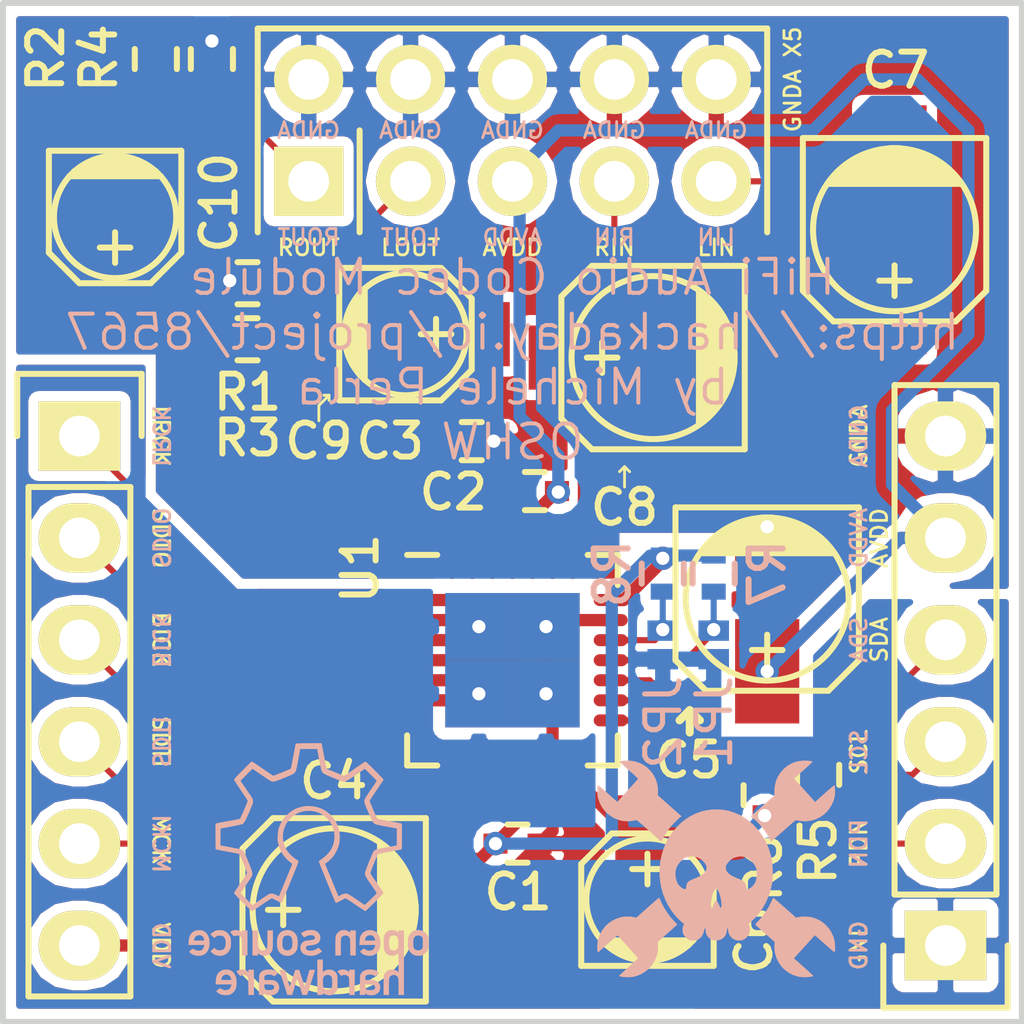
<source format=kicad_pcb>
(kicad_pcb (version 4) (host pcbnew "(2015-08-16 BZR 6097, Git b384c94)-product")
  (layers (0 F.Cu signal) (31 B.Cu signal) (34 B.Paste user hide) (35 F.Paste user hide) (36 B.SilkS user) (37 F.SilkS user) (38 B.Mask user) (39 F.Mask user) (44 Edge.Cuts user))
  (net 0 "")
  (net 1 VDD)
  (net 2 GND)
  (net 3 AVDD)
  (net 4 GNDA)
  (net 5 VCOM)
  (net 6 VDD18)
  (net 7 LIN)
  (net 8 LIN-CON)
  (net 9 RIN)
  (net 10 RIN-CON)
  (net 11 LOUT)
  (net 12 "Net-(C9-Pad2)")
  (net 13 ROUT)
  (net 14 "Net-(C10-Pad2)")
  (net 15 CAD0)
  (net 16 CAD1)
  (net 17 LRCK)
  (net 18 SDTO)
  (net 19 BICK)
  (net 20 SDTI)
  (net 21 MCKI)
  (net 22 PDN)
  (net 23 SCL)
  (net 24 SDA)
  (net 25 ROUT-CON)
  (net 26 LOUT-CON)
  (module Capacitors_SMD:c_elec_4x5.3 (layer F.Cu) (at 86.995 86.106 180)
    (fp_text reference C4 (at 0.0127 3.2131 180) (layer F.SilkS) (effects (font (size 0.85 0.85))))
    (fp_text value 10u hide)
    (pad 1 smd rect (at 1.80086 0 180) (size 2.60096 1.6002) (layers F.Cu F.Paste F.Mask) (net 1 VDD))
    (pad 2 smd rect (at -1.80086 0 180) (size 2.60096 1.6002) (layers F.Cu F.Paste F.Mask) (net 2 GND))
  )
  (module Capacitors_SMD:c_elec_4x5.3 (layer F.Cu) (at 97.79 78.359 270)
    (fp_text reference C5 (at 4.0132 1.9558 360) (layer F.SilkS) (effects (font (size 0.85 0.85))))
    (fp_text value 10u hide)
    (pad 1 smd rect (at 1.80086 0 270) (size 2.60096 1.6002) (layers F.Cu F.Paste F.Mask) (net 3 AVDD))
    (pad 2 smd rect (at -1.80086 0 270) (size 2.60096 1.6002) (layers F.Cu F.Paste F.Mask) (net 4 GNDA))
  )
  (module Capacitors_SMD:c_elec_3x5.3 (layer F.Cu) (at 94.8055 85.852 90)
    (fp_text reference C6 (at -1.016 2.6543 90) (layer F.SilkS) (effects (font (size 0.85 0.85))))
    (fp_text value 1u hide)
    (pad 1 smd rect (at 1.50114 0 90) (size 2.19964 1.6002) (layers F.Cu F.Paste F.Mask) (net 6 VDD18))
    (pad 2 smd rect (at -1.50114 0 90) (size 2.19964 1.6002) (layers F.Cu F.Paste F.Mask) (net 2 GND))
  )
  (module Capacitors_SMD:c_elec_4x5.3 (layer F.Cu) (at 100.965 69.1515 270)
    (fp_text reference C7 (at -3.9751 -0.0254 360) (layer F.SilkS) (effects (font (size 0.85 0.85))))
    (fp_text value 10u hide)
    (pad 1 smd rect (at 1.80086 0 270) (size 2.60096 1.6002) (layers F.Cu F.Paste F.Mask) (net 7 LIN))
    (pad 2 smd rect (at -1.80086 0 270) (size 2.60096 1.6002) (layers F.Cu F.Paste F.Mask) (net 8 LIN-CON))
  )
  (module Capacitors_SMD:c_elec_4x5.3 (layer F.Cu) (at 94.9452 72.3392 180)
    (fp_text reference C8 (at 0.7112 -3.7338 180) (layer F.SilkS) (effects (font (size 0.85 0.85))))
    (fp_text value 10u hide)
    (pad 1 smd rect (at 1.80086 0 180) (size 2.60096 1.6002) (layers F.Cu F.Paste F.Mask) (net 9 RIN))
    (pad 2 smd rect (at -1.80086 0 180) (size 2.60096 1.6002) (layers F.Cu F.Paste F.Mask) (net 10 RIN-CON))
  )
  (module Capacitors_SMD:c_elec_3x5.3 (layer F.Cu) (at 88.773 71.755)
    (fp_text reference C9 (at -2.159 2.667) (layer F.SilkS) (effects (font (size 0.85 0.85))))
    (fp_text value 1u hide)
    (pad 1 smd rect (at 1.50114 0) (size 2.19964 1.6002) (layers F.Cu F.Paste F.Mask) (net 11 LOUT))
    (pad 2 smd rect (at -1.50114 0) (size 2.19964 1.6002) (layers F.Cu F.Paste F.Mask) (net 12 "Net-(C9-Pad2)"))
  )
  (module Capacitors_SMD:c_elec_3x5.3 (layer F.Cu) (at 81.534 68.834 270)
    (fp_text reference C10 (at -0.3556 -2.5908 270) (layer F.SilkS) (effects (font (size 0.85 0.85))))
    (fp_text value 1u hide)
    (pad 1 smd rect (at 1.50114 0 270) (size 2.19964 1.6002) (layers F.Cu F.Paste F.Mask) (net 13 ROUT))
    (pad 2 smd rect (at -1.50114 0 270) (size 2.19964 1.6002) (layers F.Cu F.Paste F.Mask) (net 14 "Net-(C10-Pad2)"))
  )
  (module open-project:S_JUMPER_2 (layer B.Cu) (at 96.4565 79.502 270)
    (fp_text reference JP1 (at 1.9304 -0.0127 270) (layer B.SilkS) (effects (font (size 0.85 0.85) (thickness 0.127)) (justify mirror)))
    (fp_text value Jumper_NO_Small hide)
    (pad 1 smd rect (at -0.3556 0 270) (size 0.508 0.762) (layers B.Cu B.Paste B.Mask) (net 15 CAD0) (clearance 0.2032))
    (pad 2 smd rect (at 0.3556 0 270) (size 0.508 0.762) (layers B.Cu B.Paste B.Mask) (net 2 GND) (clearance 0.2032))
  )
  (module open-project:S_JUMPER_2 (layer B.Cu) (at 95.1865 79.502 270)
    (fp_text reference JP2 (at 1.9304 -0.0127 270) (layer B.SilkS) (effects (font (size 0.85 0.85) (thickness 0.127)) (justify mirror)))
    (fp_text value Jumper_NO_Small hide)
    (pad 1 smd rect (at -0.3556 0 270) (size 0.508 0.762) (layers B.Cu B.Paste B.Mask) (net 16 CAD1) (clearance 0.2032))
    (pad 2 smd rect (at 0.3556 0 270) (size 0.508 0.762) (layers B.Cu B.Paste B.Mask) (net 2 GND) (clearance 0.2032))
  )
  (module Pin_Headers:Pin_Header_Straight_1x06 (layer F.Cu) (at 80.645 74.295)
    (fp_text reference P1 hide)
    (fp_text value CONN_01X06 hide)
    (pad 1 thru_hole rect (at 0 0) (size 2.032 1.7272) (drill 1.016) (layers *.Cu *.Mask F.SilkS) (net 17 LRCK))
    (pad 2 thru_hole oval (at 0 2.54) (size 2.032 1.7272) (drill 1.016) (layers *.Cu *.Mask F.SilkS) (net 18 SDTO))
    (pad 3 thru_hole oval (at 0 5.08) (size 2.032 1.7272) (drill 1.016) (layers *.Cu *.Mask F.SilkS) (net 19 BICK))
    (pad 4 thru_hole oval (at 0 7.62) (size 2.032 1.7272) (drill 1.016) (layers *.Cu *.Mask F.SilkS) (net 20 SDTI))
    (pad 5 thru_hole oval (at 0 10.16) (size 2.032 1.7272) (drill 1.016) (layers *.Cu *.Mask F.SilkS) (net 21 MCKI))
    (pad 6 thru_hole oval (at 0 12.7) (size 2.032 1.7272) (drill 1.016) (layers *.Cu *.Mask F.SilkS) (net 1 VDD))
  )
  (module Pin_Headers:Pin_Header_Straight_1x06 (layer F.Cu) (at 102.235 86.995 180)
    (fp_text reference P2 hide)
    (fp_text value CONN_01X06 hide)
    (pad 1 thru_hole rect (at 0 0 180) (size 2.032 1.7272) (drill 1.016) (layers *.Cu *.Mask F.SilkS) (net 2 GND))
    (pad 2 thru_hole oval (at 0 2.54 180) (size 2.032 1.7272) (drill 1.016) (layers *.Cu *.Mask F.SilkS) (net 22 PDN))
    (pad 3 thru_hole oval (at 0 5.08 180) (size 2.032 1.7272) (drill 1.016) (layers *.Cu *.Mask F.SilkS) (net 23 SCL))
    (pad 4 thru_hole oval (at 0 7.62 180) (size 2.032 1.7272) (drill 1.016) (layers *.Cu *.Mask F.SilkS) (net 24 SDA))
    (pad 5 thru_hole oval (at 0 10.16 180) (size 2.032 1.7272) (drill 1.016) (layers *.Cu *.Mask F.SilkS) (net 3 AVDD))
    (pad 6 thru_hole oval (at 0 12.7 180) (size 2.032 1.7272) (drill 1.016) (layers *.Cu *.Mask F.SilkS) (net 4 GNDA))
  )
  (module Capacitors_SMD:C_0402 (layer F.Cu) (at 90.424 74.422)
    (fp_text reference C3 (at -2.032 0) (layer F.SilkS) (effects (font (size 0.85 0.85))))
    (fp_text value 1u hide)
    (pad 1 smd rect (at -0.55 0) (size 0.6 0.5) (layers F.Cu F.Paste F.Mask) (net 5 VCOM))
    (pad 2 smd rect (at 0.55 0) (size 0.6 0.5) (layers F.Cu F.Paste F.Mask) (net 4 GNDA))
  )
  (module Capacitors_SMD:C_0402 (layer F.Cu) (at 91.9988 75.6666 180)
    (fp_text reference C2 (at 2.032 -0.0254 180) (layer F.SilkS) (effects (font (size 0.85 0.85))))
    (fp_text value 0.1u hide)
    (pad 1 smd rect (at -0.55 0 180) (size 0.6 0.5) (layers F.Cu F.Paste F.Mask) (net 3 AVDD))
    (pad 2 smd rect (at 0.55 0 180) (size 0.6 0.5) (layers F.Cu F.Paste F.Mask) (net 4 GNDA))
  )
  (module Capacitors_SMD:C_0402 (layer F.Cu) (at 91.567 84.455)
    (fp_text reference C1 (at 0.0127 1.2065) (layer F.SilkS) (effects (font (size 0.85 0.85))))
    (fp_text value 0.1u hide)
    (pad 1 smd rect (at -0.55 0) (size 0.6 0.5) (layers F.Cu F.Paste F.Mask) (net 1 VDD))
    (pad 2 smd rect (at 0.55 0) (size 0.6 0.5) (layers F.Cu F.Paste F.Mask) (net 2 GND))
  )
  (module Resistors_SMD:R_0402 (layer B.Cu) (at 95.1865 77.724 270)
    (fp_text reference R8 (at 0 1.2573 270) (layer B.SilkS) (effects (font (size 0.85 0.85)) (justify mirror)))
    (fp_text value 1K hide)
    (pad 1 smd rect (at -0.45 0 270) (size 0.4 0.6) (layers B.Cu B.Paste B.Mask) (net 1 VDD))
    (pad 2 smd rect (at 0.45 0 270) (size 0.4 0.6) (layers B.Cu B.Paste B.Mask) (net 16 CAD1))
  )
  (module Resistors_SMD:R_0402 (layer B.Cu) (at 96.4565 77.724 270)
    (fp_text reference R7 (at 0 -1.3335 270) (layer B.SilkS) (effects (font (size 0.85 0.85)) (justify mirror)))
    (fp_text value 1K hide)
    (pad 1 smd rect (at -0.45 0 270) (size 0.4 0.6) (layers B.Cu B.Paste B.Mask) (net 1 VDD))
    (pad 2 smd rect (at 0.45 0 270) (size 0.4 0.6) (layers B.Cu B.Paste B.Mask) (net 15 CAD0))
  )
  (module Resistors_SMD:R_0402 (layer F.Cu) (at 97.7265 83.2485 90)
    (fp_text reference R6 (at -1.8161 -0.0254 270) (layer F.SilkS) (effects (font (size 0.85 0.85))))
    (fp_text value 1K hide)
    (pad 1 smd rect (at -0.45 0 90) (size 0.4 0.6) (layers F.Cu F.Paste F.Mask) (net 1 VDD))
    (pad 2 smd rect (at 0.45 0 90) (size 0.4 0.6) (layers F.Cu F.Paste F.Mask) (net 23 SCL))
  )
  (module Resistors_SMD:R_0402 (layer F.Cu) (at 99.06 82.7405 90)
    (fp_text reference R5 (at -1.8923 0 270) (layer F.SilkS) (effects (font (size 0.85 0.85))))
    (fp_text value 1K hide)
    (pad 1 smd rect (at -0.45 0 90) (size 0.4 0.6) (layers F.Cu F.Paste F.Mask) (net 1 VDD))
    (pad 2 smd rect (at 0.45 0 90) (size 0.4 0.6) (layers F.Cu F.Paste F.Mask) (net 24 SDA))
  )
  (module Resistors_SMD:R_0402 (layer F.Cu) (at 83.947 64.897 90)
    (fp_text reference R4 (at 0.0254 -2.8194 90) (layer F.SilkS) (effects (font (size 0.85 0.85))))
    (fp_text value 20K hide)
    (pad 1 smd rect (at -0.45 0 90) (size 0.4 0.6) (layers F.Cu F.Paste F.Mask) (net 25 ROUT-CON))
    (pad 2 smd rect (at 0.45 0 90) (size 0.4 0.6) (layers F.Cu F.Paste F.Mask) (net 4 GNDA))
  )
  (module Resistors_SMD:R_0402 (layer F.Cu) (at 84.836 70.485 180)
    (fp_text reference R3 (at 0 -3.8608 180) (layer F.SilkS) (effects (font (size 0.85 0.85))))
    (fp_text value 20K hide)
    (pad 1 smd rect (at -0.45 0 180) (size 0.4 0.6) (layers F.Cu F.Paste F.Mask) (net 26 LOUT-CON))
    (pad 2 smd rect (at 0.45 0 180) (size 0.4 0.6) (layers F.Cu F.Paste F.Mask) (net 4 GNDA))
  )
  (module Resistors_SMD:R_0402 (layer F.Cu) (at 82.55 64.897 90)
    (fp_text reference R2 (at 0.0254 -2.7432 90) (layer F.SilkS) (effects (font (size 0.85 0.85))))
    (fp_text value 220 hide)
    (pad 1 smd rect (at -0.45 0 90) (size 0.4 0.6) (layers F.Cu F.Paste F.Mask) (net 25 ROUT-CON))
    (pad 2 smd rect (at 0.45 0 90) (size 0.4 0.6) (layers F.Cu F.Paste F.Mask) (net 14 "Net-(C10-Pad2)"))
  )
  (module Resistors_SMD:R_0402 (layer F.Cu) (at 84.836 71.882)
    (fp_text reference R1 (at 0 1.3208) (layer F.SilkS) (effects (font (size 0.85 0.85))))
    (fp_text value 220 hide)
    (pad 1 smd rect (at -0.45 0) (size 0.4 0.6) (layers F.Cu F.Paste F.Mask) (net 26 LOUT-CON))
    (pad 2 smd rect (at 0.45 0) (size 0.4 0.6) (layers F.Cu F.Paste F.Mask) (net 12 "Net-(C9-Pad2)"))
  )
  (module Housings_DFN_QFN:QFN-28-2xEP_5x5mm_Pitch0.5mm (layer F.Cu) (at 91.44 79.883)
    (fp_text reference U1 (at -3.7973 -2.286 90) (layer F.SilkS) (effects (font (size 0.85 0.85))))
    (fp_text value AK4558EN hide)
    (pad 1 smd oval (at -2.45 -1.5) (size 0.85 0.3) (layers F.Cu F.Paste F.Mask) (net 2 GND))
    (pad 2 smd oval (at -2.45 -1) (size 0.85 0.3) (layers F.Cu F.Paste F.Mask) (net 2 GND))
    (pad 3 smd oval (at -2.45 -0.5) (size 0.85 0.3) (layers F.Cu F.Paste F.Mask) (net 2 GND))
    (pad 4 smd oval (at -2.45 0) (size 0.85 0.3) (layers F.Cu F.Paste F.Mask) (net 2 GND))
    (pad 5 smd oval (at -2.45 0.5) (size 0.85 0.3) (layers F.Cu F.Paste F.Mask) (net 2 GND))
    (pad 6 smd oval (at -2.45 1) (size 0.85 0.3) (layers F.Cu F.Paste F.Mask) (net 2 GND))
    (pad 7 smd oval (at -2.45 1.5) (size 0.85 0.3) (layers F.Cu F.Paste F.Mask) (net 17 LRCK))
    (pad 8 smd oval (at -1.5 2.45 90) (size 0.85 0.3) (layers F.Cu F.Paste F.Mask) (net 18 SDTO))
    (pad 9 smd oval (at -1 2.45 90) (size 0.85 0.3) (layers F.Cu F.Paste F.Mask) (net 19 BICK))
    (pad 10 smd oval (at -0.5 2.45 90) (size 0.85 0.3) (layers F.Cu F.Paste F.Mask) (net 20 SDTI))
    (pad 11 smd oval (at 0 2.45 90) (size 0.85 0.3) (layers F.Cu F.Paste F.Mask) (net 21 MCKI))
    (pad 12 smd oval (at 0.5 2.45 90) (size 0.85 0.3) (layers F.Cu F.Paste F.Mask) (net 1 VDD))
    (pad 13 smd oval (at 1 2.45 90) (size 0.85 0.3) (layers F.Cu F.Paste F.Mask) (net 2 GND))
    (pad 14 smd oval (at 1.5 2.45 90) (size 0.85 0.3) (layers F.Cu F.Paste F.Mask) (net 6 VDD18))
    (pad 15 smd oval (at 2.45 1.5) (size 0.85 0.3) (layers F.Cu F.Paste F.Mask) (net 22 PDN))
    (pad 16 smd oval (at 2.45 1) (size 0.85 0.3) (layers F.Cu F.Paste F.Mask) (net 23 SCL))
    (pad 17 smd oval (at 2.45 0.5) (size 0.85 0.3) (layers F.Cu F.Paste F.Mask) (net 24 SDA))
    (pad 18 smd oval (at 2.45 0) (size 0.85 0.3) (layers F.Cu F.Paste F.Mask) (net 15 CAD0))
    (pad 19 smd oval (at 2.45 -0.5) (size 0.85 0.3) (layers F.Cu F.Paste F.Mask) (net 16 CAD1))
    (pad 20 smd oval (at 2.45 -1) (size 0.85 0.3) (layers F.Cu F.Paste F.Mask) (net 2 GND))
    (pad 21 smd oval (at 2.45 -1.5) (size 0.85 0.3) (layers F.Cu F.Paste F.Mask) (net 1 VDD))
    (pad 22 smd oval (at 1.5 -2.45 90) (size 0.85 0.3) (layers F.Cu F.Paste F.Mask) (net 7 LIN))
    (pad 23 smd oval (at 1 -2.45 90) (size 0.85 0.3) (layers F.Cu F.Paste F.Mask) (net 9 RIN))
    (pad 24 smd oval (at 0.5 -2.45 90) (size 0.85 0.3) (layers F.Cu F.Paste F.Mask) (net 3 AVDD))
    (pad 25 smd oval (at 0 -2.45 90) (size 0.85 0.3) (layers F.Cu F.Paste F.Mask) (net 4 GNDA))
    (pad 26 smd oval (at -0.5 -2.45 90) (size 0.85 0.3) (layers F.Cu F.Paste F.Mask) (net 5 VCOM))
    (pad 27 smd oval (at -1 -2.45 90) (size 0.85 0.3) (layers F.Cu F.Paste F.Mask) (net 11 LOUT))
    (pad 28 smd oval (at -1.5 -2.45 90) (size 0.85 0.3) (layers F.Cu F.Paste F.Mask) (net 13 ROUT))
    (pad 29 smd rect (at 0.8375 0.8375) (size 1.675 1.675) (layers *.Cu *.Mask F.Paste) (net 2 GND))
    (pad 29 smd rect (at 0.8375 -0.8375) (size 1.675 1.675) (layers *.Cu *.Mask F.Paste) (net 2 GND))
    (pad 29 smd rect (at -0.8375 0.8375) (size 1.675 1.675) (layers *.Cu *.Mask F.Paste) (net 2 GND))
    (pad 29 smd rect (at -0.8375 -0.8375) (size 1.675 1.675) (layers *.Cu *.Mask F.Paste) (net 2 GND))
  )
  (module Housings_DFN_QFN:Pin_Header_Straight_2x05_mod (layer F.Cu) (at 86.36 67.945 90)
    (fp_text reference P3 hide)
    (fp_text value CONN_02X05 hide)
    (pad 1 thru_hole rect (at 0 0 90) (size 1.7272 1.7272) (drill 1.016) (layers *.Cu *.Mask F.SilkS) (net 25 ROUT-CON))
    (pad 2 thru_hole oval (at 2.54 0 90) (size 1.7272 1.7272) (drill 1.016) (layers *.Cu *.Mask F.SilkS) (net 4 GNDA))
    (pad 3 thru_hole oval (at 0 2.54 90) (size 1.7272 1.7272) (drill 1.016) (layers *.Cu *.Mask F.SilkS) (net 26 LOUT-CON))
    (pad 4 thru_hole oval (at 2.54 2.54 90) (size 1.7272 1.7272) (drill 1.016) (layers *.Cu *.Mask F.SilkS) (net 4 GNDA))
    (pad 5 thru_hole oval (at 0 5.08 90) (size 1.7272 1.7272) (drill 1.016) (layers *.Cu *.Mask F.SilkS) (net 3 AVDD))
    (pad 6 thru_hole oval (at 2.54 5.08 90) (size 1.7272 1.7272) (drill 1.016) (layers *.Cu *.Mask F.SilkS) (net 4 GNDA))
    (pad 7 thru_hole oval (at 0 7.62 90) (size 1.7272 1.7272) (drill 1.016) (layers *.Cu *.Mask F.SilkS) (net 10 RIN-CON))
    (pad 8 thru_hole oval (at 2.54 7.62 90) (size 1.7272 1.7272) (drill 1.016) (layers *.Cu *.Mask F.SilkS) (net 4 GNDA))
    (pad 9 thru_hole oval (at 0 10.16 90) (size 1.7272 1.7272) (drill 1.016) (layers *.Cu *.Mask F.SilkS) (net 8 LIN-CON))
    (pad 10 thru_hole oval (at 2.54 10.16 90) (size 1.7272 1.7272) (drill 1.016) (layers *.Cu *.Mask F.SilkS) (net 4 GNDA))
  )
  (module oshw_logo:LOGO (layer B.Cu) (at 86.36 85.09 180)
    (fp_text reference LOGO1 hide)
    (fp_text value OSHW hide)
  )
  (module hackaday_logo:LOGO (layer B.Cu) (at 96.52 85.09 180)
    (fp_text reference LOGO2 hide)
    (fp_text value HACKADAY hide)
  )
  (gr_text GNDA (at 100.076 74.295 90) (layer B.SilkS) (effects (font (size 0.4 0.4) (thickness 0.07)) (justify mirror)))
  (gr_text AVDD (at 100.076 76.835 90) (layer B.SilkS) (effects (font (size 0.4 0.4) (thickness 0.07)) (justify mirror)))
  (gr_text SDA (at 100.076 79.375 90) (layer B.SilkS) (effects (font (size 0.4 0.4) (thickness 0.07)) (justify mirror)))
  (gr_text SCL (at 100.076 82.169 90) (layer B.SilkS) (effects (font (size 0.4 0.4) (thickness 0.07)) (justify mirror)))
  (gr_text PDN (at 100.076 84.455 90) (layer B.SilkS) (effects (font (size 0.4 0.4) (thickness 0.07)) (justify mirror)))
  (gr_text GND (at 100.076 86.995 90) (layer B.SilkS) (effects (font (size 0.4 0.4) (thickness 0.07)) (justify mirror)))
  (gr_text VDD (at 82.677 86.995 270) (layer B.SilkS) (effects (font (size 0.4 0.4) (thickness 0.07)) (justify mirror)))
  (gr_text MCKI (at 82.677 84.455 270) (layer B.SilkS) (effects (font (size 0.4 0.4) (thickness 0.07)) (justify mirror)))
  (gr_text SDTI (at 82.677 81.915 270) (layer B.SilkS) (effects (font (size 0.4 0.4) (thickness 0.07)) (justify mirror)))
  (gr_text "BICK\n" (at 82.677 79.375 270) (layer B.SilkS) (effects (font (size 0.4 0.4) (thickness 0.07)) (justify mirror)))
  (gr_text SDTO (at 82.677 76.835 270) (layer B.SilkS) (effects (font (size 0.4 0.4) (thickness 0.07)) (justify mirror)))
  (gr_text LRCK (at 82.677 74.295 270) (layer B.SilkS) (effects (font (size 0.4 0.4) (thickness 0.07)) (justify mirror)))
  (gr_text "GNDA X5\n" (at 98.425 65.405 90) (layer F.SilkS) (effects (font (size 0.4 0.4) (thickness 0.07))))
  (gr_text LIN (at 96.52 69.596) (layer F.SilkS) (effects (font (size 0.4 0.4) (thickness 0.07))))
  (gr_text RIN (at 93.98 69.596) (layer F.SilkS) (effects (font (size 0.4 0.4) (thickness 0.07))))
  (gr_text AVDD (at 91.44 69.596) (layer F.SilkS) (effects (font (size 0.4 0.4) (thickness 0.07))))
  (gr_text LOUT (at 88.9 69.596) (layer F.SilkS) (effects (font (size 0.4 0.4) (thickness 0.07))))
  (gr_text ROUT (at 86.36 69.596) (layer F.SilkS) (effects (font (size 0.4 0.4) (thickness 0.07))))
  (gr_text GNDA (at 96.52 66.675) (layer B.SilkS) (effects (font (size 0.4 0.4) (thickness 0.07)) (justify mirror)))
  (gr_text GNDA (at 93.98 66.675) (layer B.SilkS) (effects (font (size 0.4 0.4) (thickness 0.07)) (justify mirror)))
  (gr_text GNDA (at 91.44 66.675) (layer B.SilkS) (effects (font (size 0.4 0.4) (thickness 0.07)) (justify mirror)))
  (gr_text GNDA (at 88.9 66.675) (layer B.SilkS) (effects (font (size 0.4 0.4) (thickness 0.07)) (justify mirror)))
  (gr_text GNDA (at 86.36 66.675) (layer B.SilkS) (effects (font (size 0.4 0.4) (thickness 0.07)) (justify mirror)))
  (gr_text LIN (at 96.52 69.342) (layer B.SilkS) (effects (font (size 0.4 0.4) (thickness 0.07)) (justify mirror)))
  (gr_text RIN (at 93.98 69.342) (layer B.SilkS) (effects (font (size 0.4 0.4) (thickness 0.07)) (justify mirror)))
  (gr_text AVDD (at 91.44 69.342) (layer B.SilkS) (effects (font (size 0.4 0.4) (thickness 0.07)) (justify mirror)))
  (gr_text LOUT (at 88.9 69.342) (layer B.SilkS) (effects (font (size 0.4 0.4) (thickness 0.07)) (justify mirror)))
  (gr_text ROUT (at 86.36 69.342) (layer B.SilkS) (effects (font (size 0.4 0.4) (thickness 0.07)) (justify mirror)))
  (gr_line (start 86.868 73.279) (end 86.868 73.406) (angle 90) (layer F.SilkS) (width 0.07))
  (gr_line (start 86.741 73.279) (end 86.868 73.279) (angle 90) (layer F.SilkS) (width 0.07))
  (gr_line (start 86.868 73.279) (end 86.741 73.279) (angle 90) (layer F.SilkS) (width 0.07))
  (gr_line (start 86.614 73.533) (end 86.868 73.279) (angle 90) (layer F.SilkS) (width 0.07))
  (gr_line (start 86.614 73.914) (end 86.614 73.533) (angle 90) (layer F.SilkS) (width 0.07))
  (gr_line (start 94.234 75.057) (end 94.361 75.184) (angle 90) (layer F.SilkS) (width 0.07))
  (gr_line (start 94.234 75.057) (end 94.107 75.184) (angle 90) (layer F.SilkS) (width 0.07))
  (gr_line (start 94.234 75.565) (end 94.234 75.057) (angle 90) (layer F.SilkS) (width 0.07))
  (gr_text GNDA (at 100.076 74.295 90) (layer F.SilkS) (effects (font (size 0.4 0.4) (thickness 0.07))))
  (gr_text AVDD (at 100.584 76.835 90) (layer F.SilkS) (effects (font (size 0.4 0.4) (thickness 0.07))))
  (gr_text SDA (at 100.584 79.375 90) (layer F.SilkS) (effects (font (size 0.4 0.4) (thickness 0.07))))
  (gr_text SCL (at 100.076 82.169 90) (layer F.SilkS) (effects (font (size 0.4 0.4) (thickness 0.07))))
  (gr_text PDN (at 100.076 84.455 90) (layer F.SilkS) (effects (font (size 0.4 0.4) (thickness 0.07))))
  (gr_text GND (at 100.076 86.995 90) (layer F.SilkS) (effects (font (size 0.4 0.4) (thickness 0.07))))
  (gr_text VDD (at 82.677 86.995 270) (layer F.SilkS) (effects (font (size 0.4 0.4) (thickness 0.07))))
  (gr_text MCKI (at 82.677 84.455 270) (layer F.SilkS) (effects (font (size 0.4 0.4) (thickness 0.07))))
  (gr_text SDTI (at 82.677 81.915 270) (layer F.SilkS) (effects (font (size 0.4 0.4) (thickness 0.07))))
  (gr_text "BICK\n" (at 82.677 79.375 270) (layer F.SilkS) (effects (font (size 0.4 0.4) (thickness 0.07))))
  (gr_text SDTO (at 82.677 76.835 270) (layer F.SilkS) (effects (font (size 0.4 0.4) (thickness 0.07))))
  (gr_text LRCK (at 82.677 74.295 270) (layer F.SilkS) (effects (font (size 0.4 0.4) (thickness 0.07))))
  (gr_text "HiFi Audio Codec Module\nhttps://hackaday.io/project/8567\nby Michele Perla\nOSHW" (at 91.44 72.39) (layer B.SilkS) (effects (font (size 0.85 0.85) (thickness 0.1)) (justify mirror)))
  (gr_line (start 95.8596 81.1276) (end 96.1136 81.3816) (angle 90) (layer F.SilkS) (width 0.2))
  (gr_line (start 95.8088 81.1784) (end 95.8596 81.1276) (angle 90) (layer F.SilkS) (width 0.2))
  (gr_line (start 95.6056 81.3816) (end 95.8088 81.1784) (angle 90) (layer F.SilkS) (width 0.2))
  (gr_line (start 95.8596 81.6864) (end 95.8596 81.3308) (angle 90) (layer F.SilkS) (width 0.2))
  (gr_line (start 78.74 88.9) (end 78.74 63.5) (angle 90) (layer Edge.Cuts) (width 0.15))
  (gr_line (start 104.14 88.9) (end 78.74 88.9) (angle 90) (layer Edge.Cuts) (width 0.15))
  (gr_line (start 104.14 63.5) (end 104.14 88.9) (angle 90) (layer Edge.Cuts) (width 0.15))
  (gr_line (start 78.74 63.5) (end 104.14 63.5) (angle 90) (layer Edge.Cuts) (width 0.15))
  (segment (start 80.645 86.995) (end 84.30514 86.995) (width 0.3048) (layer F.Cu) (net 1))
  (segment (start 84.30514 86.995) (end 85.19414 86.106) (width 0.3048) (layer F.Cu) (net 1))
  (segment (start 90.635998 84.836002) (end 91.017 84.455) (width 0.3048) (layer F.Cu) (net 1))
  (segment (start 84.30514 86.995) (end 86.464138 84.836002) (width 0.3048) (layer F.Cu) (net 1))
  (segment (start 86.464138 84.836002) (end 90.635998 84.836002) (width 0.3048) (layer F.Cu) (net 1))
  (segment (start 93.9165 78.232) (end 93.9165 84.455) (width 0.3048) (layer B.Cu) (net 1))
  (segment (start 94.869 77.2795) (end 93.9165 78.232) (width 0.3048) (layer B.Cu) (net 1))
  (segment (start 95.181 77.2795) (end 94.869 77.2795) (width 0.3048) (layer B.Cu) (net 1))
  (segment (start 93.853 84.3915) (end 93.7895 84.455) (width 0.3048) (layer B.Cu) (net 1))
  (segment (start 93.853 84.455) (end 93.853 84.3915) (width 0.3048) (layer B.Cu) (net 1))
  (segment (start 93.9165 84.455) (end 93.853 84.455) (width 0.3048) (layer B.Cu) (net 1))
  (segment (start 95.1865 77.274) (end 95.181 77.2795) (width 0.3048) (layer B.Cu) (net 1))
  (via (at 91.017 84.455) (size 0.5842) (drill 0.3302) (layers F.Cu B.Cu) (net 1))
  (segment (start 93.091 84.455) (end 91.017 84.455) (width 0.3048) (layer B.Cu) (net 1))
  (segment (start 93.091 84.455) (end 93.7895 84.455) (width 0.3048) (layer B.Cu) (net 1))
  (segment (start 97.7265 83.6985) (end 97.7265 83.7565) (width 0.3048) (layer F.Cu) (net 1))
  (segment (start 93.7895 84.455) (end 97.028 84.455) (width 0.3048) (layer B.Cu) (net 1))
  (segment (start 97.028 84.455) (end 97.7265 83.7565) (width 0.3048) (layer B.Cu) (net 1))
  (via (at 97.7265 83.7565) (size 0.5842) (drill 0.3302) (layers F.Cu B.Cu) (net 1))
  (segment (start 91.94 82.333) (end 91.94 83.532) (width 0.3048) (layer F.Cu) (net 1))
  (segment (start 91.94 83.532) (end 91.017 84.455) (width 0.3048) (layer F.Cu) (net 1))
  (segment (start 99.06 83.1905) (end 98.552 83.6985) (width 0.3048) (layer F.Cu) (net 1))
  (segment (start 98.552 83.6985) (end 97.7265 83.6985) (width 0.3048) (layer F.Cu) (net 1))
  (segment (start 85.19414 86.106) (end 85.725002 86.106) (width 0.3048) (layer F.Cu) (net 1))
  (segment (start 93.89 78.383) (end 94.21 78.383) (width 0.3048) (layer F.Cu) (net 1))
  (segment (start 94.21 78.383) (end 95.25 77.343) (width 0.3048) (layer F.Cu) (net 1))
  (via (at 95.1865 77.343) (size 0.5842) (drill 0.3302) (layers F.Cu B.Cu) (net 1))
  (segment (start 95.1865 77.343) (end 95.1865 77.274) (width 0.3048) (layer B.Cu) (net 1))
  (segment (start 95.1865 77.274) (end 96.4565 77.274) (width 0.3048) (layer B.Cu) (net 1))
  (segment (start 92.44 82.333) (end 92.44 84.132) (width 0.3048) (layer F.Cu) (net 2))
  (segment (start 92.44 84.132) (end 92.117 84.455) (width 0.3048) (layer F.Cu) (net 2))
  (segment (start 88.79586 86.106) (end 90.4787 86.0933) (width 0.3048) (layer F.Cu) (net 2))
  (segment (start 90.4787 86.0933) (end 92.117 84.455) (width 0.3048) (layer F.Cu) (net 2))
  (segment (start 92.117 84.455) (end 92.117 84.66464) (width 0.3048) (layer F.Cu) (net 2))
  (segment (start 92.117 84.66464) (end 94.8055 87.35314) (width 0.3048) (layer F.Cu) (net 2))
  (segment (start 88.99 79.883) (end 91.44 79.883) (width 0.3048) (layer F.Cu) (net 2))
  (segment (start 91.44 79.883) (end 92.2775 80.7205) (width 0.3048) (layer F.Cu) (net 2))
  (segment (start 88.99 78.383) (end 89.94 78.383) (width 0.3048) (layer F.Cu) (net 2))
  (segment (start 89.94 78.383) (end 90.6025 79.0455) (width 0.3048) (layer F.Cu) (net 2))
  (segment (start 88.99 78.883) (end 90.44 78.883) (width 0.3048) (layer F.Cu) (net 2))
  (segment (start 90.44 78.883) (end 90.6025 79.0455) (width 0.3048) (layer F.Cu) (net 2))
  (segment (start 88.99 79.383) (end 90.265 79.383) (width 0.3048) (layer F.Cu) (net 2))
  (segment (start 90.265 79.383) (end 90.6025 79.0455) (width 0.3048) (layer F.Cu) (net 2))
  (segment (start 88.99 80.383) (end 90.265 80.383) (width 0.3048) (layer F.Cu) (net 2))
  (segment (start 90.265 80.383) (end 90.6025 80.7205) (width 0.3048) (layer F.Cu) (net 2))
  (via (at 92.2775 79.0455) (size 0.5842) (drill 0.3302) (layers F.Cu B.Cu) (net 2))
  (segment (start 92.2775 79.0455) (end 92.2782 79.0448) (width 0.3048) (layer B.Cu) (net 2))
  (via (at 92.2775 80.7205) (size 0.5842) (drill 0.3302) (layers F.Cu B.Cu) (net 2))
  (segment (start 92.2775 80.7205) (end 92.2782 80.7212) (width 0.3048) (layer B.Cu) (net 2))
  (via (at 90.6025 80.7205) (size 0.5842) (drill 0.3302) (layers F.Cu B.Cu) (net 2))
  (segment (start 90.6025 80.7205) (end 90.6018 80.7212) (width 0.3048) (layer B.Cu) (net 2))
  (via (at 90.6025 79.0455) (size 0.5842) (drill 0.3302) (layers F.Cu B.Cu) (net 2))
  (segment (start 90.6025 80.7205) (end 90.6025 79.0455) (width 0.3048) (layer F.Cu) (net 2))
  (segment (start 90.6025 79.0455) (end 90.6018 79.0448) (width 0.3048) (layer B.Cu) (net 2))
  (segment (start 95.1865 79.8576) (end 96.4565 79.8576) (width 0.3048) (layer B.Cu) (net 2))
  (segment (start 101.981 86.741) (end 102.235 86.995) (width 0.3048) (layer F.Cu) (net 2))
  (segment (start 92.44 78.883) (end 92.2775 79.0455) (width 0.3048) (layer F.Cu) (net 2))
  (segment (start 93.89 78.883) (end 92.44 78.883) (width 0.3048) (layer F.Cu) (net 2))
  (segment (start 92.44 82.333) (end 92.44 80.883) (width 0.3048) (layer F.Cu) (net 2))
  (segment (start 92.44 80.883) (end 92.2775 80.7205) (width 0.3048) (layer F.Cu) (net 2))
  (segment (start 88.99 80.883) (end 90.44 80.883) (width 0.3048) (layer F.Cu) (net 2))
  (segment (start 90.44 80.883) (end 90.6025 80.7205) (width 0.3048) (layer F.Cu) (net 2))
  (segment (start 90.6025 80.7205) (end 92.2775 79.0455) (width 0.3048) (layer F.Cu) (net 2))
  (segment (start 92.2775 79.0455) (end 92.2775 80.7205) (width 0.3048) (layer F.Cu) (net 2))
  (segment (start 92.2775 80.7205) (end 90.6025 80.7205) (width 0.3048) (layer F.Cu) (net 2))
  (via (at 97.79 80.15986) (size 0.5842) (drill 0.3302) (layers F.Cu B.Cu) (net 3))
  (segment (start 101.11486 76.835) (end 97.79 80.15986) (width 0.3048) (layer F.Cu) (net 3))
  (segment (start 102.235 76.835) (end 101.11486 76.835) (width 0.3048) (layer F.Cu) (net 3))
  (segment (start 101.11486 76.835) (end 102.235 76.835) (width 0.3048) (layer B.Cu) (net 3))
  (segment (start 97.79 80.15986) (end 101.11486 76.835) (width 0.3048) (layer B.Cu) (net 3))
  (segment (start 91.44 67.945) (end 91.44 67.818) (width 0.3048) (layer B.Cu) (net 3))
  (segment (start 91.44 67.818) (end 92.583 66.675) (width 0.3048) (layer B.Cu) (net 3))
  (segment (start 100.9015 75.5015) (end 102.235 76.835) (width 0.3048) (layer B.Cu) (net 3))
  (segment (start 100.9015 73.66) (end 100.9015 75.5015) (width 0.3048) (layer B.Cu) (net 3))
  (segment (start 102.8065 71.755) (end 100.9015 73.66) (width 0.3048) (layer B.Cu) (net 3))
  (segment (start 102.8065 66.675) (end 102.8065 71.755) (width 0.3048) (layer B.Cu) (net 3))
  (segment (start 101.5365 65.405) (end 102.8065 66.675) (width 0.3048) (layer B.Cu) (net 3))
  (segment (start 100.203 65.405) (end 101.5365 65.405) (width 0.3048) (layer B.Cu) (net 3))
  (segment (start 98.933 66.675) (end 100.203 65.405) (width 0.3048) (layer B.Cu) (net 3))
  (segment (start 92.583 66.675) (end 98.933 66.675) (width 0.3048) (layer B.Cu) (net 3))
  (segment (start 92.583 75.692) (end 92.583 74.7776) (width 0.3048) (layer B.Cu) (net 3))
  (segment (start 91.6178 73.8124) (end 91.6178 68.1228) (width 0.3048) (layer B.Cu) (net 3))
  (segment (start 92.583 74.7776) (end 91.6178 73.8124) (width 0.3048) (layer B.Cu) (net 3))
  (segment (start 91.6178 68.1228) (end 91.44 67.945) (width 0.3048) (layer B.Cu) (net 3))
  (segment (start 92.5576 75.6666) (end 92.5488 75.6666) (width 0.3048) (layer F.Cu) (net 3))
  (segment (start 92.583 75.692) (end 92.5576 75.6666) (width 0.3048) (layer F.Cu) (net 3))
  (via (at 92.583 75.692) (size 0.5842) (drill 0.3302) (layers F.Cu B.Cu) (net 3))
  (segment (start 91.94 77.433) (end 91.94 76.2754) (width 0.3048) (layer F.Cu) (net 3))
  (segment (start 91.94 76.2754) (end 92.5488 75.6666) (width 0.3048) (layer F.Cu) (net 3))
  (via (at 83.947 64.447) (size 0.5842) (drill 0.3302) (layers F.Cu B.Cu) (net 4))
  (segment (start 83.947 64.447) (end 83.947 64.4525) (width 0.3048) (layer B.Cu) (net 4))
  (via (at 84.3915 70.4215) (size 0.5842) (drill 0.3302) (layers F.Cu B.Cu) (net 4))
  (segment (start 84.3915 70.4215) (end 84.386 70.427) (width 0.3048) (layer F.Cu) (net 4))
  (segment (start 84.386 70.427) (end 84.386 70.485) (width 0.3048) (layer F.Cu) (net 4))
  (via (at 90.974 74.422) (size 0.5842) (drill 0.3302) (layers F.Cu B.Cu) (net 4))
  (segment (start 91.4488 75.6666) (end 90.974 75.1918) (width 0.3048) (layer F.Cu) (net 4))
  (segment (start 90.974 74.422) (end 90.974 75.1918) (width 0.3048) (layer F.Cu) (net 4))
  (segment (start 90.974 74.422) (end 90.9955 74.422) (width 0.3048) (layer B.Cu) (net 4))
  (via (at 97.79 76.55814) (size 0.5842) (drill 0.3302) (layers F.Cu B.Cu) (net 4))
  (segment (start 100.05314 74.295) (end 97.79 76.55814) (width 0.3048) (layer F.Cu) (net 4))
  (segment (start 102.235 74.295) (end 100.05314 74.295) (width 0.3048) (layer F.Cu) (net 4))
  (segment (start 97.79 76.55814) (end 97.79 76.581) (width 0.3048) (layer B.Cu) (net 4))
  (segment (start 91.44 77.433) (end 91.44 75.6754) (width 0.3048) (layer F.Cu) (net 4))
  (segment (start 91.44 75.6754) (end 91.4488 75.6666) (width 0.3048) (layer F.Cu) (net 4))
  (segment (start 90.94 77.433) (end 90.94 76.685182) (width 0.3048) (layer F.Cu) (net 5))
  (segment (start 89.874 75.619182) (end 89.874 74.422) (width 0.3048) (layer F.Cu) (net 5))
  (segment (start 90.94 76.685182) (end 89.874 75.619182) (width 0.3048) (layer F.Cu) (net 5))
  (segment (start 92.94 82.333) (end 92.94 82.78) (width 0.3048) (layer F.Cu) (net 6))
  (segment (start 92.94 82.78) (end 94.51086 84.35086) (width 0.3048) (layer F.Cu) (net 6))
  (segment (start 94.51086 84.35086) (end 94.8055 84.35086) (width 0.3048) (layer F.Cu) (net 6))
  (segment (start 92.94 77.433) (end 92.94 76.986) (width 0.1524) (layer F.Cu) (net 7))
  (segment (start 92.94 76.986) (end 96.266 73.66) (width 0.1524) (layer F.Cu) (net 7))
  (segment (start 96.266 73.66) (end 98.933 73.66) (width 0.1524) (layer F.Cu) (net 7))
  (segment (start 98.933 73.66) (end 100.965 71.628) (width 0.1524) (layer F.Cu) (net 7))
  (segment (start 100.965 71.628) (end 100.965 70.95236) (width 0.1524) (layer F.Cu) (net 7))
  (segment (start 96.52 67.945) (end 100.37064 67.945) (width 0.1524) (layer F.Cu) (net 8))
  (segment (start 100.37064 67.945) (end 100.965 67.35064) (width 0.1524) (layer F.Cu) (net 8))
  (segment (start 92.44 77.433) (end 92.44 76.978) (width 0.1524) (layer F.Cu) (net 9))
  (segment (start 93.14434 76.27366) (end 93.14434 72.3392) (width 0.1524) (layer F.Cu) (net 9))
  (segment (start 92.44 76.978) (end 93.14434 76.27366) (width 0.1524) (layer F.Cu) (net 9))
  (segment (start 93.98 67.945) (end 93.98 69.57314) (width 0.1524) (layer F.Cu) (net 10))
  (segment (start 93.98 69.57314) (end 96.74606 72.3392) (width 0.1524) (layer F.Cu) (net 10))
  (segment (start 90.44 77.433) (end 90.44 76.724) (width 0.1524) (layer F.Cu) (net 11))
  (segment (start 89.281 75.565) (end 89.281 72.517) (width 0.1524) (layer F.Cu) (net 11))
  (segment (start 90.44 76.724) (end 89.281 75.565) (width 0.1524) (layer F.Cu) (net 11))
  (segment (start 89.281 72.517) (end 90.043 71.755) (width 0.1524) (layer F.Cu) (net 11))
  (segment (start 90.043 71.755) (end 90.27414 71.755) (width 0.1524) (layer F.Cu) (net 11))
  (segment (start 87.27186 71.755) (end 85.413 71.755) (width 0.1524) (layer F.Cu) (net 12))
  (segment (start 85.413 71.755) (end 85.286 71.882) (width 0.1524) (layer F.Cu) (net 12))
  (segment (start 89.94 77.433) (end 89.94 76.732) (width 0.1524) (layer F.Cu) (net 13))
  (segment (start 84.22386 73.025) (end 81.534 70.33514) (width 0.1524) (layer F.Cu) (net 13))
  (segment (start 86.233 73.025) (end 84.22386 73.025) (width 0.1524) (layer F.Cu) (net 13))
  (segment (start 89.94 76.732) (end 86.233 73.025) (width 0.1524) (layer F.Cu) (net 13))
  (segment (start 81.534 67.33286) (end 81.534 64.77) (width 0.1524) (layer F.Cu) (net 14))
  (segment (start 81.857 64.447) (end 82.55 64.447) (width 0.1524) (layer F.Cu) (net 14))
  (segment (start 81.534 64.77) (end 81.857 64.447) (width 0.1524) (layer F.Cu) (net 14))
  (segment (start 96.4565 79.1464) (end 96.4565 78.174) (width 0.1524) (layer B.Cu) (net 15))
  (segment (start 93.89 79.883) (end 95.758 79.883) (width 0.1524) (layer F.Cu) (net 15))
  (segment (start 96.4565 79.121) (end 96.4565 79.1464) (width 0.1524) (layer B.Cu) (net 15))
  (via (at 96.4565 79.121) (size 0.508) (drill 0.3302) (layers F.Cu B.Cu) (net 15))
  (segment (start 95.758 79.883) (end 96.52 79.121) (width 0.1524) (layer F.Cu) (net 15))
  (segment (start 95.1865 79.1464) (end 95.1865 78.174) (width 0.1524) (layer B.Cu) (net 16))
  (segment (start 93.89 79.383) (end 94.988 79.383) (width 0.1524) (layer F.Cu) (net 16))
  (segment (start 95.1865 79.121) (end 95.1865 79.1464) (width 0.1524) (layer B.Cu) (net 16))
  (via (at 95.1865 79.121) (size 0.508) (drill 0.3302) (layers F.Cu B.Cu) (net 16))
  (segment (start 94.988 79.383) (end 95.25 79.121) (width 0.1524) (layer F.Cu) (net 16))
  (segment (start 88.99 81.383) (end 87.733 81.383) (width 0.1524) (layer F.Cu) (net 17))
  (segment (start 87.733 81.383) (end 80.645 74.295) (width 0.1524) (layer F.Cu) (net 17))
  (segment (start 89.94 82.333) (end 89.94 83.262594) (width 0.1524) (layer F.Cu) (net 18))
  (segment (start 87.350594 83.540594) (end 80.645 76.835) (width 0.1524) (layer F.Cu) (net 18))
  (segment (start 89.662 83.540594) (end 87.350594 83.540594) (width 0.1524) (layer F.Cu) (net 18))
  (segment (start 89.94 83.262594) (end 89.662 83.540594) (width 0.1524) (layer F.Cu) (net 18))
  (segment (start 90.44 82.333) (end 90.44 83.194396) (width 0.1524) (layer F.Cu) (net 19))
  (segment (start 85.115396 83.845396) (end 80.645 79.375) (width 0.1524) (layer F.Cu) (net 19))
  (segment (start 89.789 83.845396) (end 85.115396 83.845396) (width 0.1524) (layer F.Cu) (net 19))
  (segment (start 90.44 83.194396) (end 89.789 83.845396) (width 0.1524) (layer F.Cu) (net 19))
  (segment (start 90.94 82.333) (end 90.94 83.126198) (width 0.1524) (layer F.Cu) (net 20))
  (segment (start 82.880198 84.150198) (end 80.645 81.915) (width 0.1524) (layer F.Cu) (net 20))
  (segment (start 89.916 84.150198) (end 82.880198 84.150198) (width 0.1524) (layer F.Cu) (net 20))
  (segment (start 90.94 83.126198) (end 89.916 84.150198) (width 0.1524) (layer F.Cu) (net 20))
  (segment (start 91.44 82.333) (end 91.44 83.058) (width 0.1524) (layer F.Cu) (net 21))
  (segment (start 90.043 84.455) (end 80.645 84.455) (width 0.1524) (layer F.Cu) (net 21))
  (segment (start 91.44 83.058) (end 90.043 84.455) (width 0.1524) (layer F.Cu) (net 21))
  (segment (start 96.2025 83.2485) (end 97.409 84.455) (width 0.1524) (layer F.Cu) (net 22))
  (segment (start 94.337 81.383) (end 96.2025 83.2485) (width 0.1524) (layer F.Cu) (net 22))
  (segment (start 96.2025 83.2485) (end 96.2025 83.2485) (width 0.1524) (layer F.Cu) (net 22))
  (segment (start 93.89 81.383) (end 94.337 81.383) (width 0.1524) (layer F.Cu) (net 22))
  (segment (start 97.409 84.455) (end 102.235 84.455) (width 0.1524) (layer F.Cu) (net 22))
  (segment (start 93.89 81.383) (end 94.2354 81.383) (width 0.1524) (layer F.Cu) (net 22))
  (segment (start 97.7265 82.7985) (end 97.7845 82.7405) (width 0.1524) (layer F.Cu) (net 23))
  (segment (start 97.7845 82.7405) (end 97.155 82.7405) (width 0.1524) (layer F.Cu) (net 23))
  (segment (start 95.377 81.661) (end 96.4565 82.7405) (width 0.1524) (layer F.Cu) (net 23))
  (segment (start 94.599 80.883) (end 95.377 81.661) (width 0.1524) (layer F.Cu) (net 23))
  (segment (start 93.89 80.883) (end 94.599 80.883) (width 0.1524) (layer F.Cu) (net 23))
  (segment (start 96.4565 82.7405) (end 97.155 82.7405) (width 0.1524) (layer F.Cu) (net 23))
  (segment (start 97.155 82.7405) (end 98.044 82.7405) (width 0.1524) (layer F.Cu) (net 23))
  (segment (start 98.044 82.7405) (end 101.4095 82.7405) (width 0.1524) (layer F.Cu) (net 23))
  (segment (start 101.4095 82.7405) (end 102.235 81.915) (width 0.1524) (layer F.Cu) (net 23))
  (segment (start 99.06 82.2905) (end 99.118 82.2325) (width 0.1524) (layer F.Cu) (net 24))
  (segment (start 99.118 82.2325) (end 99.3775 82.2325) (width 0.1524) (layer F.Cu) (net 24))
  (segment (start 96.7105 82.2325) (end 99.3775 82.2325) (width 0.1524) (layer F.Cu) (net 24))
  (segment (start 99.3775 82.2325) (end 102.235 79.375) (width 0.1524) (layer F.Cu) (net 24))
  (segment (start 93.89 80.383) (end 94.861 80.383) (width 0.1524) (layer F.Cu) (net 24))
  (segment (start 94.861 80.383) (end 96.7105 82.2325) (width 0.1524) (layer F.Cu) (net 24))
  (segment (start 83.947 65.347) (end 83.947 65.532) (width 0.1524) (layer F.Cu) (net 25))
  (segment (start 83.947 65.532) (end 86.36 67.945) (width 0.1524) (layer F.Cu) (net 25))
  (segment (start 82.55 65.347) (end 83.947 65.347) (width 0.1524) (layer F.Cu) (net 25))
  (segment (start 85.286 70.485) (end 86.36 70.485) (width 0.1524) (layer F.Cu) (net 26))
  (segment (start 86.36 70.485) (end 88.9 67.945) (width 0.1524) (layer F.Cu) (net 26))
  (segment (start 84.386 71.882) (end 84.386 71.385) (width 0.1524) (layer F.Cu) (net 26))
  (segment (start 84.386 71.385) (end 85.286 70.485) (width 0.1524) (layer F.Cu) (net 26))
  (zone (net 4) (net_name GNDA) (layer B.Cu) (connect_pads (clearance 0.254)) (min_thickness 0.1524) (fill yes (arc_segments 16) (thermal_gap 0.3048) (thermal_bridge_width 0.381))
    (polygon (pts (xy 103.9495 78.105) (xy 100.203 78.105) (xy 98.679 79.629) (xy 98.679 81.534) (xy 96.901 81.534) (xy 96.901 76.708) (xy 94.107 76.708) (xy 94.107 77.851) (xy 84.709 77.851) (xy 82.55 75.692) (xy 82.55 72.263) (xy 78.9305 72.263) (xy 78.9305 63.6905) (xy 103.9495 63.6905) (xy 103.9495 78.105)))
  )
  (zone (net 2) (net_name GND) (layer B.Cu) (connect_pads (clearance 0.254)) (min_thickness 0.1524) (fill yes (arc_segments 16) (thermal_gap 0.3048) (thermal_bridge_width 0.381))
    (polygon (pts (xy 78.9305 72.517) (xy 82.296 72.517) (xy 82.296 75.819) (xy 84.582 78.105) (xy 94.361 78.105) (xy 94.361 76.962) (xy 96.647 76.962) (xy 96.647 81.788) (xy 98.933 81.788) (xy 98.933 79.756) (xy 100.33 78.359) (xy 103.9495 78.359) (xy 103.9495 88.7095) (xy 78.9305 88.7095)))
  )
  (zone (net 4) (net_name GNDA) (layer F.Cu) (connect_pads (clearance 0.254)) (min_thickness 0.1524) (fill yes (arc_segments 16) (thermal_gap 0.3048) (thermal_bridge_width 0.381))
    (polygon (pts (xy 103.9495 78.105) (xy 100.203 78.105) (xy 98.679 79.629) (xy 98.679 81.534) (xy 96.901 81.534) (xy 96.901 76.708) (xy 94.107 76.708) (xy 94.107 77.851) (xy 84.709 77.851) (xy 82.55 75.692) (xy 82.55 72.263) (xy 78.9305 72.263) (xy 78.9305 63.6905) (xy 103.9495 63.6905) (xy 103.9495 78.105)))
  )
  (zone (net 2) (net_name GND) (layer F.Cu) (connect_pads (clearance 0.254)) (min_thickness 0.1524) (fill yes (arc_segments 16) (thermal_gap 0.3048) (thermal_bridge_width 0.381))
    (polygon (pts (xy 84.582 78.105) (xy 94.361 78.105) (xy 94.361 76.962) (xy 96.647 76.962) (xy 96.647 81.788) (xy 98.933 81.788) (xy 98.933 79.756) (xy 100.33 78.359) (xy 103.9495 78.359) (xy 103.9495 88.7095) (xy 78.9305 88.7095) (xy 78.9305 72.517) (xy 82.296 72.517) (xy 82.296 75.819)))
  )
  (zone (net 0) (net_name "") (layer F.Cu) (connect_pads thru_hole_only (clearance 0.254)) (min_thickness 0.1524)
    (keepout (tracks allowed) (vias allowed) (copperpour not_allowed))
    (fill (arc_segments 16) (thermal_gap 0.0254) (thermal_bridge_width 0.254))
    (polygon (pts (xy 89.6112 78.2828) (xy 89.6112 81.7118) (xy 93.2688 81.7118) (xy 93.2688 78.0542) (xy 89.6112 78.0542)))
  )
  (zone (net 0) (net_name "") (layer B.Cu) (connect_pads thru_hole_only (clearance 0.254)) (min_thickness 0.1524)
    (keepout (tracks allowed) (vias allowed) (copperpour not_allowed))
    (fill (arc_segments 16) (thermal_gap 0.0254) (thermal_bridge_width 0.254))
    (polygon (pts (xy 89.6112 78.2828) (xy 89.6112 81.7118) (xy 93.2688 81.7118) (xy 93.2688 78.0542) (xy 89.6112 78.0542)))
  )
)
</source>
